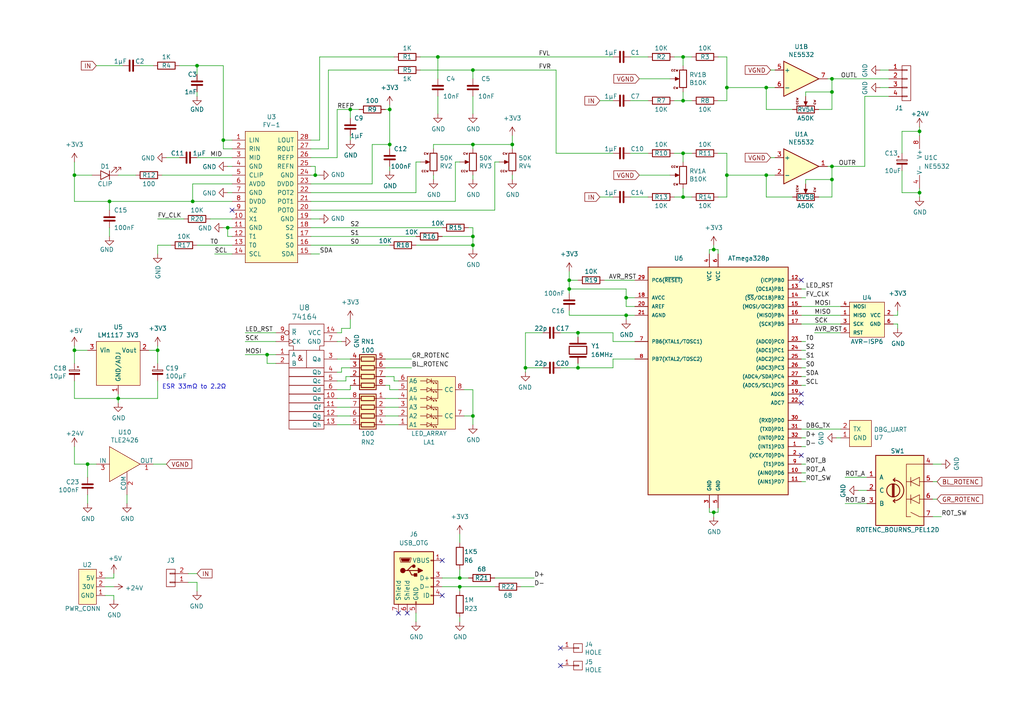
<source format=kicad_sch>
(kicad_sch (version 20211123) (generator eeschema)
  (paper "A4")
  (lib_symbols
    (symbol "myAmp:74164" (pin_names (offset 0.762))
      (property "Reference" "U" (at -7.62 -6.35 0))
      (property "Value" "74164" (at 1.27 -22.86 0))
      (symbol "74164_0_0"
        (text "&" (at -1.778 -1.016 0) (effects (font (size 1.524 1.524))))
      )
      (symbol "74164_1_1"
        (pin input line (at -8.89 0 0) (length 3.81) (name "A") (number "1"))
        (pin output line (at 8.89 -12.7 180) (length 3.81) (name "Qe") (number "10"))
        (pin output line (at 8.89 -15.24 180) (length 3.81) (name "Qf") (number "11"))
        (pin output line (at 8.89 -17.78 180) (length 3.81) (name "Qg") (number "12"))
        (pin output line (at 8.89 -20.32 180) (length 3.81) (name "Qh") (number "13"))
        (pin power_in line (at 8.89 6.35 180) (length 3.81) (name "VCC") (number "14"))
        (pin input line (at -8.89 -2.54 0) (length 3.81) (name "B") (number "2"))
        (pin output line (at 8.89 -1.27 180) (length 3.81) (name "Qa") (number "3"))
        (pin output line (at 8.89 -5.08 180) (length 3.81) (name "Qb") (number "4"))
        (pin output line (at 8.89 -7.62 180) (length 3.81) (name "Qc") (number "5"))
        (pin output line (at 8.89 -10.16 180) (length 3.81) (name "Qd") (number "6"))
        (pin power_in line (at 8.89 3.81 180) (length 3.81) (name "GND") (number "7"))
        (pin input clock (at -8.89 3.81 0) (length 3.81) (name "CK") (number "8"))
        (pin input inverted (at -8.89 6.35 0) (length 3.81) (name "~{R}") (number "9"))
      )
    )
    (symbol "myAmp:ATMEGA8-16AU" (pin_names (offset 1.016))
      (property "Reference" "U" (at -19.05 30.48 0))
      (property "Value" "ATMEGA8-16AU" (at 12.7 -39.37 0))
      (symbol "ATMEGA8-16AU_1_1"
        (pin bidirectional line (at 25.4 -22.86 180) (length 3.81) (name "(INT1)PD3") (number "1"))
        (pin bidirectional line (at 25.4 -30.48 180) (length 3.81) (name "(AIN0)PD6") (number "10"))
        (pin bidirectional line (at 25.4 -33.02 180) (length 3.81) (name "(AIN1)PD7") (number "11"))
        (pin bidirectional line (at 25.4 25.4 180) (length 3.81) (name "(ICP)PB0") (number "12"))
        (pin bidirectional line (at 25.4 22.86 180) (length 3.81) (name "(OC1A)PB1") (number "13"))
        (pin bidirectional line (at 25.4 20.32 180) (length 3.81) (name "(~{SS}/OC1B)PB2") (number "14"))
        (pin bidirectional line (at 25.4 17.78 180) (length 3.81) (name "(MOSI/OC2)PB3") (number "15"))
        (pin bidirectional line (at 25.4 15.24 180) (length 3.81) (name "(MISO)PB4") (number "16"))
        (pin bidirectional line (at 25.4 12.7 180) (length 3.81) (name "(SCK)PB5") (number "17"))
        (pin power_in line (at -22.86 20.32 0) (length 3.81) (name "AVCC") (number "18"))
        (pin bidirectional line (at 25.4 -7.62 180) (length 3.81) (name "ADC6") (number "19"))
        (pin bidirectional line (at 25.4 -25.4 180) (length 3.81) (name "(XCK/T0)PD4") (number "2"))
        (pin bidirectional line (at -22.86 17.78 0) (length 3.81) (name "AREF") (number "20"))
        (pin power_in line (at -22.86 15.24 0) (length 3.81) (name "AGND") (number "21"))
        (pin bidirectional line (at 25.4 -10.16 180) (length 3.81) (name "ADC7") (number "22"))
        (pin bidirectional line (at 25.4 7.62 180) (length 3.81) (name "(ADC0)PC0") (number "23"))
        (pin bidirectional line (at 25.4 5.08 180) (length 3.81) (name "(ADC1)PC1") (number "24"))
        (pin bidirectional line (at 25.4 2.54 180) (length 3.81) (name "(ADC2)PC2") (number "25"))
        (pin bidirectional line (at 25.4 0 180) (length 3.81) (name "(ADC3)PC3") (number "26"))
        (pin bidirectional line (at 25.4 -2.54 180) (length 3.81) (name "(ADC4/SDA)PC4") (number "27"))
        (pin bidirectional line (at 25.4 -5.08 180) (length 3.81) (name "(ADC5/SCL)PC5") (number "28"))
        (pin bidirectional line (at -22.86 25.4 0) (length 3.81) (name "PC6(~{RESET})") (number "29"))
        (pin power_in line (at -1.27 -40.64 90) (length 3.81) (name "GND") (number "3"))
        (pin bidirectional line (at 25.4 -15.24 180) (length 3.81) (name "(RXD)PD0") (number "30"))
        (pin bidirectional line (at 25.4 -17.78 180) (length 3.81) (name "(TXD)PD1") (number "31"))
        (pin bidirectional line (at 25.4 -20.32 180) (length 3.81) (name "(INT0)PD2") (number "32"))
        (pin power_in line (at -1.27 33.02 270) (length 3.81) (name "VCC") (number "4"))
        (pin power_in line (at 1.27 -40.64 90) (length 3.81) (name "GND") (number "5"))
        (pin power_in line (at 1.27 33.02 270) (length 3.81) (name "VCC") (number "6"))
        (pin bidirectional line (at -22.86 7.62 0) (length 3.81) (name "PB6(XTAL1/TOSC1)") (number "7"))
        (pin bidirectional line (at -22.86 2.54 0) (length 3.81) (name "PB7(XTAL2/TOSC2)") (number "8"))
        (pin bidirectional line (at 25.4 -27.94 180) (length 3.81) (name "(T1)PD5") (number "9"))
      )
    )
    (symbol "myAmp:AVR-ISP6" (pin_names (offset 1.016))
      (property "Reference" "U" (at 0 6.35 0))
      (property "Value" "AVR-ISP6" (at 0 -7.62 0))
      (symbol "AVR-ISP6_1_1"
        (pin passive line (at -7.62 1.27 0) (length 2.54) (name "MISO") (number "1"))
        (pin passive line (at 7.62 1.27 180) (length 2.54) (name "VCC") (number "2"))
        (pin passive line (at -7.62 -1.27 0) (length 2.54) (name "SCK") (number "3"))
        (pin passive line (at -7.62 3.81 0) (length 2.54) (name "MOSI") (number "4"))
        (pin passive line (at -7.62 -3.81 0) (length 2.54) (name "RST") (number "5"))
        (pin passive line (at 7.62 -1.27 180) (length 2.54) (name "GND") (number "6"))
      )
    )
    (symbol "myAmp:C" (pin_numbers hide) (pin_names (offset 0.254))
      (property "Reference" "C" (at 0.635 2.54 0))
      (property "Value" "C" (at 0.635 -2.54 0))
      (symbol "C_1_1"
        (pin passive line (at 0 2.54 270) (length 1.778) (name "~") (number "1"))
        (pin passive line (at 0 -2.54 90) (length 1.778) (name "~") (number "2"))
      )
    )
    (symbol "myAmp:CONN_01X02" (pin_names (offset 1.016) hide)
      (property "Reference" "J" (at 0 3.81 0))
      (symbol "CONN_01X02_1_1"
        (pin passive line (at -5.08 1.27 0) (length 3.81) (name "P1") (number "1"))
        (pin passive line (at -5.08 -1.27 0) (length 3.81) (name "P2") (number "2"))
      )
    )
    (symbol "myAmp:CONN_01X04" (pin_names (offset 1.016) hide)
      (property "Reference" "J" (at 0 6.35 0))
      (symbol "CONN_01X04_1_1"
        (pin passive line (at -5.08 3.81 0) (length 3.81) (name "P1") (number "1"))
        (pin passive line (at -5.08 1.27 0) (length 3.81) (name "P2") (number "2"))
        (pin passive line (at -5.08 -1.27 0) (length 3.81) (name "~") (number "3"))
        (pin passive line (at -5.08 -3.81 0) (length 3.81) (name "~") (number "4"))
      )
    )
    (symbol "myAmp:CPOL" (pin_numbers hide) (pin_names (offset 0.254) hide)
      (property "Reference" "C" (at 0.254 1.778 0))
      (property "Value" "CPOL" (at 0.254 -2.032 0))
      (symbol "CPOL_1_1"
        (pin passive line (at 0 2.54 270) (length 1.8542) (name "~") (number "1"))
        (pin passive line (at 0 -2.54 90) (length 1.8542) (name "~") (number "2"))
      )
    )
    (symbol "myAmp:DBG_UART" (pin_names (offset 1.016))
      (property "Reference" "U" (at 0 -5.08 0))
      (property "Value" "DBG_UART" (at 0 5.08 0))
      (symbol "DBG_UART_1_1"
        (pin passive line (at -5.08 1.27 0) (length 2.54) (name "GND") (number "1"))
        (pin output line (at -5.08 -1.27 0) (length 2.54) (name "TX") (number "2"))
      )
    )
    (symbol "myAmp:FV-1" (pin_names (offset 1.016))
      (property "Reference" "U" (at 0 -20.32 0))
      (property "Value" "FV-1" (at 0 20.32 0))
      (symbol "FV-1_1_1"
        (pin input line (at -11.43 16.51 0) (length 3.81) (name "LIN") (number "1"))
        (pin input line (at -11.43 -6.35 0) (length 3.81) (name "X1") (number "10"))
        (pin input line (at -11.43 -8.89 0) (length 3.81) (name "GND") (number "11"))
        (pin input line (at -11.43 -11.43 0) (length 3.81) (name "T1") (number "12"))
        (pin input line (at -11.43 -13.97 0) (length 3.81) (name "T0") (number "13"))
        (pin input line (at -11.43 -16.51 0) (length 3.81) (name "SCL") (number "14"))
        (pin input line (at 11.43 -16.51 180) (length 3.81) (name "SDA") (number "15"))
        (pin input line (at 11.43 -13.97 180) (length 3.81) (name "S0") (number "16"))
        (pin input line (at 11.43 -11.43 180) (length 3.81) (name "S1") (number "17"))
        (pin input line (at 11.43 -8.89 180) (length 3.81) (name "S2") (number "18"))
        (pin input line (at 11.43 -6.35 180) (length 3.81) (name "GND") (number "19"))
        (pin input line (at -11.43 13.97 0) (length 3.81) (name "RIN") (number "2"))
        (pin input line (at 11.43 -3.81 180) (length 3.81) (name "POT0") (number "20"))
        (pin input line (at 11.43 -1.27 180) (length 3.81) (name "POT1") (number "21"))
        (pin input line (at 11.43 1.27 180) (length 3.81) (name "POT2") (number "22"))
        (pin input line (at 11.43 3.81 180) (length 3.81) (name "DVDD") (number "23"))
        (pin input line (at 11.43 6.35 180) (length 3.81) (name "GND") (number "24"))
        (pin input line (at 11.43 8.89 180) (length 3.81) (name "REFN") (number "25"))
        (pin input line (at 11.43 11.43 180) (length 3.81) (name "REFP") (number "26"))
        (pin input line (at 11.43 13.97 180) (length 3.81) (name "ROUT") (number "27"))
        (pin input line (at 11.43 16.51 180) (length 3.81) (name "LOUT") (number "28"))
        (pin input line (at -11.43 11.43 0) (length 3.81) (name "MID") (number "3"))
        (pin input line (at -11.43 8.89 0) (length 3.81) (name "GND") (number "4"))
        (pin input line (at -11.43 6.35 0) (length 3.81) (name "CLIP") (number "5"))
        (pin input line (at -11.43 3.81 0) (length 3.81) (name "AVDD") (number "6"))
        (pin input line (at -11.43 1.27 0) (length 3.81) (name "GND") (number "7"))
        (pin input line (at -11.43 -1.27 0) (length 3.81) (name "DVDD") (number "8"))
        (pin input line (at -11.43 -3.81 0) (length 3.81) (name "X2") (number "9"))
      )
    )
    (symbol "myAmp:HOLE" (pin_names (offset 1.016) hide)
      (property "Reference" "J" (at 0 2.54 0))
      (property "Value" "HOLE" (at 2.54 0 90))
      (symbol "HOLE_1_1"
        (pin passive line (at -5.08 0 0) (length 3.81) (name "P1") (number "1"))
      )
    )
    (symbol "myAmp:LED" (pin_numbers hide) (pin_names (offset 1.016) hide)
      (property "Reference" "D" (at 0 2.54 0))
      (property "Value" "LED" (at 0 -2.54 0))
      (symbol "LED_1_1"
        (pin passive line (at -3.81 0 0) (length 2.54) (name "K") (number "1"))
        (pin passive line (at 3.81 0 180) (length 2.54) (name "A") (number "2"))
      )
    )
    (symbol "myAmp:LED_ARRAY"
      (property "Reference" "LA" (at 0 -8.89 0))
      (property "Value" "LED_ARRAY" (at 0 8.89 0))
      (symbol "LED_ARRAY_1_1"
        (pin input line (at -8.89 6.35 0) (length 2.54) (name "A1") (number "1"))
        (pin input line (at -8.89 3.81 0) (length 2.54) (name "A2") (number "2"))
        (pin input line (at -8.89 1.27 0) (length 2.54) (name "A3") (number "3"))
        (pin input line (at -8.89 -1.27 0) (length 2.54) (name "A4") (number "4"))
        (pin input line (at -8.89 -3.81 0) (length 2.54) (name "A5") (number "5"))
        (pin input line (at -8.89 -6.35 0) (length 2.54) (name "A6") (number "6"))
        (pin input line (at 10.16 3.81 180) (length 2.54) (name "CC") (number "7"))
        (pin input line (at 10.16 -3.81 180) (length 2.54) (name "CC") (number "8"))
      )
    )
    (symbol "myAmp:LM1117" (pin_names (offset 1.016))
      (property "Reference" "U" (at 5.08 -7.62 0))
      (property "Value" "LM1117" (at 0 7.62 0))
      (symbol "LM1117_1_1"
        (pin input line (at 0 -8.89 90) (length 2.54) (name "GND/ADJ") (number "1"))
        (pin output line (at 8.89 3.81 180) (length 2.54) (name "Vout") (number "2"))
        (pin input line (at -8.89 3.81 0) (length 2.54) (name "Vin") (number "3"))
      )
    )
    (symbol "myAmp:NE5532" (pin_names (offset 0.127))
      (property "Reference" "U" (at 0 5.08 0))
      (property "Value" "NE5532" (at 0 -5.08 0))
      (symbol "NE5532_1_1"
        (pin output line (at 7.62 0 180) (length 2.54) (name "~") (number "1"))
        (pin input line (at -7.62 -2.54 0) (length 2.54) (name "-") (number "2"))
        (pin input line (at -7.62 2.54 0) (length 2.54) (name "+") (number "3"))
      )
      (symbol "NE5532_2_1"
        (pin input line (at -7.62 2.54 0) (length 2.54) (name "+") (number "5"))
        (pin input line (at -7.62 -2.54 0) (length 2.54) (name "-") (number "6"))
        (pin output line (at 7.62 0 180) (length 2.54) (name "~") (number "7"))
      )
      (symbol "NE5532_3_1"
        (pin power_in line (at -2.54 -7.62 90) (length 3.81) (name "V-") (number "4"))
        (pin power_in line (at -2.54 7.62 270) (length 3.81) (name "V+") (number "8"))
      )
    )
    (symbol "myAmp:PWR_CONN"
      (property "Reference" "U" (at -1.27 6.35 0))
      (property "Value" "PWR_CONN" (at -1.27 -6.35 0))
      (symbol "PWR_CONN_1_1"
        (pin passive line (at 3.81 2.54 180) (length 2.54) (name "GND") (number "1"))
        (pin passive line (at 3.81 0 180) (length 2.54) (name "30V") (number "2"))
        (pin passive line (at 3.81 -2.54 180) (length 2.54) (name "5V") (number "3"))
      )
    )
    (symbol "myAmp:QUARTZ" (pin_numbers hide) (pin_names (offset 1.016) hide)
      (property "Reference" "Y" (at 0 3.81 0))
      (property "Value" "QUARTZ" (at 0 -3.81 0))
      (symbol "QUARTZ_1_1"
        (pin passive line (at -3.81 0 0) (length 1.905) (name "1") (number "1"))
        (pin passive line (at 3.81 0 180) (length 1.905) (name "2") (number "2"))
      )
    )
    (symbol "myAmp:R" (pin_numbers hide) (pin_names (offset 0))
      (property "Reference" "R" (at 2.032 0 90))
      (property "Value" "R" (at 0 0 90))
      (symbol "R_1_1"
        (pin passive line (at 0 3.81 270) (length 1.27) (name "~") (number "1"))
        (pin passive line (at 0 -3.81 90) (length 1.27) (name "~") (number "2"))
      )
    )
    (symbol "myAmp:ROTENC_BOURNS_PEL12D" (pin_names (offset 1.016))
      (property "Reference" "SW" (at 0 6.604 0))
      (property "Value" "ROTENC_BOURNS_PEL12D" (at 1.27 11.43 0))
      (symbol "ROTENC_BOURNS_PEL12D_1_1"
        (pin passive line (at -7.62 3.81 0) (length 2.54) (name "A") (number "1"))
        (pin passive line (at -7.62 0 0) (length 2.54) (name "C") (number "2"))
        (pin passive line (at -7.62 -3.81 0) (length 2.54) (name "B") (number "3"))
        (pin passive line (at 11.43 7.62 180) (length 2.54) (name "~") (number "4"))
        (pin passive line (at 11.43 2.54 180) (length 2.54) (name "~") (number "5"))
        (pin passive line (at 11.43 -2.54 180) (length 2.54) (name "~") (number "6"))
        (pin passive line (at 11.43 -7.62 180) (length 2.54) (name "~") (number "7"))
      )
    )
    (symbol "myAmp:R_POT" (pin_numbers hide) (pin_names (offset 1.016) hide)
      (property "Reference" "RV" (at -4.445 0 90))
      (property "Value" "R_POT" (at -2.54 0 90))
      (symbol "R_POT_0_0"
        (text "ccw" (at 1.27 2.54 0) (effects (font (size 0.762 0.762)) (justify left)))
        (text "cw" (at 1.27 -2.54 0) (effects (font (size 0.762 0.762)) (justify left)))
      )
      (symbol "R_POT_1_1"
        (pin passive line (at 0 3.81 270) (length 1.27) (name "1") (number "1"))
        (pin passive line (at 3.81 0 180) (length 2.032) (name "2") (number "2"))
        (pin passive line (at 0 -3.81 90) (length 1.27) (name "3") (number "3"))
      )
    )
    (symbol "myAmp:R_POT_DBL" (pin_numbers hide) (pin_names (offset 1.016) hide)
      (property "Reference" "RV" (at 0 6.35 0))
      (property "Value" "R_POT_DBL" (at 0 -6.35 0))
      (symbol "R_POT_DBL_0_0"
        (text "ccw" (at 1.27 2.54 0) (effects (font (size 0.762 0.762)) (justify left)))
        (text "cw" (at 1.27 -2.54 0) (effects (font (size 0.762 0.762)) (justify left)))
      )
      (symbol "R_POT_DBL_1_1"
        (pin passive line (at 0 3.81 270) (length 1.27) (name "1") (number "1"))
        (pin passive line (at 3.81 0 180) (length 2.032) (name "2") (number "2"))
        (pin passive line (at 0 -3.81 90) (length 1.27) (name "3") (number "3"))
      )
      (symbol "R_POT_DBL_2_1"
        (pin passive line (at 0 3.81 270) (length 1.27) (name "1") (number "4"))
        (pin passive line (at 3.81 0 180) (length 2.032) (name "2") (number "5"))
        (pin passive line (at 0 -3.81 90) (length 1.27) (name "3") (number "6"))
      )
    )
    (symbol "myAmp:R_Pack04" (pin_names (offset 0) hide)
      (property "Reference" "RN" (at -7.62 0 90))
      (property "Value" "R_Pack04" (at 5.08 0 90))
      (symbol "R_Pack04_1_1"
        (pin passive line (at -5.08 -5.08 90) (length 2.54) (name "R1.1") (number "1"))
        (pin passive line (at -2.54 -5.08 90) (length 2.54) (name "R2.1") (number "2"))
        (pin passive line (at 0 -5.08 90) (length 2.54) (name "R3.1") (number "3"))
        (pin passive line (at 2.54 -5.08 90) (length 2.54) (name "R4.1") (number "4"))
        (pin passive line (at 2.54 5.08 270) (length 2.54) (name "R4.2") (number "5"))
        (pin passive line (at 0 5.08 270) (length 2.54) (name "R3.2") (number "6"))
        (pin passive line (at -2.54 5.08 270) (length 2.54) (name "R2.2") (number "7"))
        (pin passive line (at -5.08 5.08 270) (length 2.54) (name "R1.2") (number "8"))
      )
    )
    (symbol "myAmp:TL072" (pin_names (offset 0.127))
      (property "Reference" "U" (at 0 5.08 0))
      (property "Value" "TL072" (at 0 -5.08 0))
      (symbol "TL072_1_1"
        (pin output line (at 7.62 0 180) (length 2.54) (name "~") (number "1"))
        (pin input line (at -7.62 -2.54 0) (length 2.54) (name "-") (number "2"))
        (pin input line (at -7.62 2.54 0) (length 2.54) (name "+") (number "3"))
      )
      (symbol "TL072_2_1"
        (pin input line (at -7.62 2.54 0) (length 2.54) (name "+") (number "5"))
        (pin input line (at -7.62 -2.54 0) (length 2.54) (name "-") (number "6"))
        (pin output line (at 7.62 0 180) (length 2.54) (name "~") (number "7"))
      )
      (symbol "TL072_3_1"
        (pin power_in line (at -2.54 -7.62 90) (length 3.81) (name "V-") (number "4"))
        (pin power_in line (at -2.54 7.62 270) (length 3.81) (name "V+") (number "8"))
      )
    )
    (symbol "myAmp:TLE2426" (pin_names (offset 0))
      (property "Reference" "U" (at -6.35 -6.35 0))
      (property "Value" "TLE2426" (at 1.27 5.08 0))
      (symbol "TLE2426_1_1"
        (pin input line (at 7.62 0 180) (length 3.81) (name "OUT") (number "1"))
        (pin input line (at 0 -8.89 90) (length 6.7056) (name "COM") (number "2"))
        (pin input line (at -8.89 0 0) (length 3.81) (name "IN") (number "3"))
      )
    )
    (symbol "myAmp:USB_OTG" (pin_names (offset 1.016))
      (property "Reference" "J" (at -5.08 11.43 0))
      (property "Value" "USB_OTG" (at -5.08 8.89 0))
      (symbol "USB_OTG_1_1"
        (pin power_in line (at 7.62 5.08 180) (length 2.54) (name "VBUS") (number "1"))
        (pin passive line (at 7.62 -2.54 180) (length 2.54) (name "D-") (number "2"))
        (pin passive line (at 7.62 0 180) (length 2.54) (name "D+") (number "3"))
        (pin passive line (at 7.62 -5.08 180) (length 2.54) (name "ID") (number "4"))
        (pin power_in line (at 0 -10.16 90) (length 2.54) (name "GND") (number "5"))
        (pin passive line (at -2.54 -10.16 90) (length 2.54) (name "Shield") (number "6"))
        (pin passive line (at -5.08 -10.16 90) (length 2.54) (name "Shield") (number "7"))
      )
    )
    (symbol "power:+24V" (power) (pin_names (offset 0))
      (property "Value" "+24V" (at 0 3.556 0))
      (symbol "+24V_1_1"
        (pin power_in line (at 0 0 90) (length 0) hide (name "+24V") (number "1"))
      )
    )
    (symbol "power:+3.3V" (power) (pin_names (offset 0))
      (property "Value" "+3.3V" (at 0 3.556 0))
      (symbol "+3.3V_1_1"
        (pin power_in line (at 0 0 90) (length 0) hide (name "+3V3") (number "1"))
      )
    )
    (symbol "power:+5V" (power) (pin_names (offset 0))
      (property "Value" "+5V" (at 0 3.556 0))
      (symbol "+5V_1_1"
        (pin power_in line (at 0 0 90) (length 0) hide (name "+5V") (number "1"))
      )
    )
    (symbol "power:GND" (power) (pin_names (offset 0))
      (property "Value" "GND" (at 0 -3.81 0))
      (symbol "GND_1_1"
        (pin power_in line (at 0 0 270) (length 0) hide (name "GND") (number "1"))
      )
    )
  )
  (junction (at 222.25 25.4))
  (junction (at 113.03 41.91))
  (junction (at 34.29 115.57))
  (junction (at 45.72 101.6))
  (junction (at 137.16 68.58))
  (junction (at 66.04 66.04))
  (junction (at 198.12 44.45))
  (junction (at 210.82 50.8))
  (junction (at 241.3 48.26))
  (junction (at 91.44 50.8))
  (junction (at 198.12 29.21))
  (junction (at 210.82 25.4))
  (junction (at 137.16 20.32))
  (junction (at 222.25 50.8))
  (junction (at 241.3 26.67))
  (junction (at 198.12 57.15))
  (junction (at 55.88 58.42))
  (junction (at 207.01 72.39))
  (junction (at 25.4 134.62))
  (junction (at 77.47 102.87))
  (junction (at 198.12 16.51))
  (junction (at 133.35 167.64))
  (junction (at 181.61 91.44))
  (junction (at 113.03 31.75))
  (junction (at 167.64 96.52))
  (junction (at 137.16 71.12))
  (junction (at 31.75 58.42))
  (junction (at 266.7 55.88))
  (junction (at 241.3 52.07))
  (junction (at 137.16 41.91))
  (junction (at 241.3 22.86))
  (junction (at 64.77 40.64))
  (junction (at 101.6 31.75))
  (junction (at 127 16.51))
  (junction (at 57.15 19.05))
  (junction (at 137.16 120.65))
  (junction (at 207.01 148.59))
  (junction (at 165.1 83.82))
  (junction (at 21.59 50.8))
  (junction (at 165.1 81.28))
  (junction (at 133.35 170.18))
  (junction (at 148.59 41.91))
  (junction (at 266.7 38.1))
  (junction (at 21.59 101.6))
  (junction (at 181.61 86.36))
  (junction (at 167.64 106.68))
  (junction (at 152.4 106.68))
  (no_connect (at 162.56 193.04))
  (no_connect (at 162.56 187.96))
  (no_connect (at 115.57 177.8))
  (no_connect (at 118.11 177.8))
  (no_connect (at 128.27 162.56))
  (no_connect (at 128.27 172.72))
  (no_connect (at 232.41 81.28))
  (no_connect (at 232.41 114.3))
  (no_connect (at 232.41 116.84))
  (no_connect (at 232.41 132.08))
  (no_connect (at 67.31 60.96))
  (wire (pts (xy 97.79 110.49) (xy 100.33 110.49)))
  (wire (pts (xy 111.76 115.57) (xy 115.57 115.57)))
  (wire (pts (xy 57.15 27.94) (xy 57.15 26.67)))
  (wire (pts (xy 21.59 58.42) (xy 31.75 58.42)))
  (wire (pts (xy 21.59 134.62) (xy 25.4 134.62)))
  (wire (pts (xy 167.64 97.79) (xy 167.64 96.52)))
  (wire (pts (xy 182.88 57.15) (xy 187.96 57.15)))
  (wire (pts (xy 67.31 68.58) (xy 66.04 68.58)))
  (wire (pts (xy 165.1 90.17) (xy 165.1 91.44)))
  (wire (pts (xy 113.03 41.91) (xy 113.03 43.18)))
  (wire (pts (xy 137.16 113.03) (xy 137.16 120.65)))
  (wire (pts (xy 157.48 96.52) (xy 152.4 96.52)))
  (wire (pts (xy 39.37 50.8) (xy 34.29 50.8)))
  (wire (pts (xy 133.35 167.64) (xy 135.89 167.64)))
  (wire (pts (xy 127 16.51) (xy 177.8 16.51)))
  (wire (pts (xy 107.95 41.91) (xy 107.95 53.34)))
  (wire (pts (xy 66.04 66.04) (xy 64.77 66.04)))
  (wire (pts (xy 143.51 60.96) (xy 90.17 60.96)))
  (wire (pts (xy 165.1 85.09) (xy 165.1 83.82)))
  (wire (pts (xy 101.6 39.37) (xy 101.6 40.64)))
  (wire (pts (xy 233.68 139.7) (xy 232.41 139.7)))
  (wire (pts (xy 137.16 71.12) (xy 137.16 72.39)))
  (wire (pts (xy 111.76 118.11) (xy 115.57 118.11)))
  (wire (pts (xy 195.58 29.21) (xy 198.12 29.21)))
  (wire (pts (xy 92.71 16.51) (xy 114.3 16.51)))
  (wire (pts (xy 77.47 102.87) (xy 80.01 102.87)))
  (wire (pts (xy 64.77 19.05) (xy 57.15 19.05)))
  (wire (pts (xy 101.6 106.68) (xy 99.06 106.68)))
  (wire (pts (xy 241.3 22.86) (xy 257.81 22.86)))
  (wire (pts (xy 113.03 41.91) (xy 107.95 41.91)))
  (wire (pts (xy 210.82 25.4) (xy 222.25 25.4)))
  (wire (pts (xy 232.41 86.36) (xy 233.68 86.36)))
  (wire (pts (xy 125.73 50.8) (xy 125.73 52.07)))
  (wire (pts (xy 120.65 55.88) (xy 90.17 55.88)))
  (wire (pts (xy 182.88 29.21) (xy 187.96 29.21)))
  (wire (pts (xy 232.41 111.76) (xy 233.68 111.76)))
  (wire (pts (xy 21.59 100.33) (xy 21.59 101.6)))
  (wire (pts (xy 57.15 45.72) (xy 67.31 45.72)))
  (wire (pts (xy 148.59 39.37) (xy 148.59 41.91)))
  (wire (pts (xy 97.79 104.14) (xy 101.6 104.14)))
  (wire (pts (xy 97.79 123.19) (xy 101.6 123.19)))
  (wire (pts (xy 259.08 93.98) (xy 260.35 93.98)))
  (wire (pts (xy 260.35 90.17) (xy 260.35 91.44)))
  (wire (pts (xy 97.79 96.52) (xy 99.06 96.52)))
  (wire (pts (xy 210.82 25.4) (xy 210.82 29.21)))
  (wire (pts (xy 57.15 21.59) (xy 57.15 19.05)))
  (wire (pts (xy 90.17 66.04) (xy 128.27 66.04)))
  (wire (pts (xy 257.81 25.4) (xy 255.27 25.4)))
  (wire (pts (xy 210.82 16.51) (xy 210.82 25.4)))
  (wire (pts (xy 128.27 170.18) (xy 133.35 170.18)))
  (wire (pts (xy 21.59 101.6) (xy 21.59 105.41)))
  (wire (pts (xy 80.01 105.41) (xy 77.47 105.41)))
  (wire (pts (xy 25.4 134.62) (xy 25.4 138.43)))
  (wire (pts (xy 114.3 109.22) (xy 114.3 110.49)))
  (wire (pts (xy 114.3 110.49) (xy 115.57 110.49)))
  (wire (pts (xy 137.16 41.91) (xy 148.59 41.91)))
  (wire (pts (xy 113.03 31.75) (xy 113.03 41.91)))
  (wire (pts (xy 133.35 179.07) (xy 133.35 180.34)))
  (wire (pts (xy 266.7 38.1) (xy 266.7 39.37)))
  (wire (pts (xy 64.77 43.18) (xy 67.31 43.18)))
  (wire (pts (xy 54.61 168.91) (xy 57.15 168.91)))
  (wire (pts (xy 162.56 96.52) (xy 167.64 96.52)))
  (wire (pts (xy 60.96 63.5) (xy 67.31 63.5)))
  (wire (pts (xy 245.11 146.05) (xy 251.46 146.05)))
  (wire (pts (xy 198.12 16.51) (xy 195.58 16.51)))
  (wire (pts (xy 100.33 109.22) (xy 101.6 109.22)))
  (wire (pts (xy 25.4 101.6) (xy 21.59 101.6)))
  (wire (pts (xy 99.06 106.68) (xy 99.06 107.95)))
  (wire (pts (xy 45.72 115.57) (xy 34.29 115.57)))
  (wire (pts (xy 90.17 71.12) (xy 113.03 71.12)))
  (wire (pts (xy 133.35 170.18) (xy 143.51 170.18)))
  (wire (pts (xy 133.35 46.99) (xy 132.08 46.99)))
  (wire (pts (xy 232.41 93.98) (xy 243.84 93.98)))
  (wire (pts (xy 101.6 31.75) (xy 104.14 31.75)))
  (wire (pts (xy 207.01 71.12) (xy 207.01 72.39)))
  (wire (pts (xy 137.16 20.32) (xy 161.29 20.32)))
  (wire (pts (xy 208.28 44.45) (xy 210.82 44.45)))
  (wire (pts (xy 90.17 68.58) (xy 120.65 68.58)))
  (wire (pts (xy 113.03 30.48) (xy 113.03 31.75)))
  (wire (pts (xy 71.12 96.52) (xy 80.01 96.52)))
  (wire (pts (xy 232.41 134.62) (xy 233.68 134.62)))
  (wire (pts (xy 270.51 134.62) (xy 273.05 134.62)))
  (wire (pts (xy 148.59 52.07) (xy 148.59 50.8)))
  (wire (pts (xy 45.72 63.5) (xy 53.34 63.5)))
  (wire (pts (xy 137.16 66.04) (xy 135.89 66.04)))
  (wire (pts (xy 101.6 92.71) (xy 101.6 95.25)))
  (wire (pts (xy 233.68 52.07) (xy 241.3 52.07)))
  (wire (pts (xy 266.7 36.83) (xy 266.7 38.1)))
  (wire (pts (xy 128.27 167.64) (xy 133.35 167.64)))
  (wire (pts (xy 152.4 106.68) (xy 157.48 106.68)))
  (wire (pts (xy 232.41 109.22) (xy 233.68 109.22)))
  (wire (pts (xy 71.12 102.87) (xy 77.47 102.87)))
  (wire (pts (xy 125.73 41.91) (xy 137.16 41.91)))
  (wire (pts (xy 134.62 120.65) (xy 137.16 120.65)))
  (wire (pts (xy 207.01 72.39) (xy 208.28 72.39)))
  (wire (pts (xy 46.99 50.8) (xy 67.31 50.8)))
  (wire (pts (xy 90.17 43.18) (xy 95.25 43.18)))
  (wire (pts (xy 111.76 31.75) (xy 113.03 31.75)))
  (wire (pts (xy 173.99 29.21) (xy 177.8 29.21)))
  (wire (pts (xy 222.25 25.4) (xy 224.79 25.4)))
  (wire (pts (xy 97.79 45.72) (xy 97.79 31.75)))
  (wire (pts (xy 260.35 93.98) (xy 260.35 95.25)))
  (wire (pts (xy 137.16 50.8) (xy 137.16 52.07)))
  (wire (pts (xy 198.12 26.67) (xy 198.12 29.21)))
  (wire (pts (xy 134.62 113.03) (xy 137.16 113.03)))
  (wire (pts (xy 205.74 72.39) (xy 207.01 72.39)))
  (wire (pts (xy 233.68 53.34) (xy 233.68 52.07)))
  (wire (pts (xy 57.15 166.37) (xy 54.61 166.37)))
  (wire (pts (xy 223.52 45.72) (xy 224.79 45.72)))
  (wire (pts (xy 133.35 165.1) (xy 133.35 167.64)))
  (wire (pts (xy 200.66 16.51) (xy 198.12 16.51)))
  (wire (pts (xy 240.03 22.86) (xy 241.3 22.86)))
  (wire (pts (xy 91.44 48.26) (xy 91.44 50.8)))
  (wire (pts (xy 181.61 88.9) (xy 181.61 86.36)))
  (wire (pts (xy 21.59 129.54) (xy 21.59 134.62)))
  (wire (pts (xy 97.79 115.57) (xy 101.6 115.57)))
  (wire (pts (xy 222.25 50.8) (xy 224.79 50.8)))
  (wire (pts (xy 45.72 71.12) (xy 49.53 71.12)))
  (wire (pts (xy 210.82 44.45) (xy 210.82 50.8)))
  (wire (pts (xy 120.65 71.12) (xy 137.16 71.12)))
  (wire (pts (xy 232.41 127) (xy 233.68 127)))
  (wire (pts (xy 143.51 46.99) (xy 143.51 60.96)))
  (wire (pts (xy 67.31 48.26) (xy 66.04 48.26)))
  (wire (pts (xy 25.4 143.51) (xy 25.4 146.05)))
  (wire (pts (xy 97.79 120.65) (xy 101.6 120.65)))
  (wire (pts (xy 152.4 96.52) (xy 152.4 106.68)))
  (wire (pts (xy 200.66 44.45) (xy 198.12 44.45)))
  (wire (pts (xy 101.6 95.25) (xy 99.06 95.25)))
  (wire (pts (xy 184.15 104.14) (xy 177.8 104.14)))
  (wire (pts (xy 198.12 57.15) (xy 200.66 57.15)))
  (wire (pts (xy 95.25 20.32) (xy 95.25 43.18)))
  (wire (pts (xy 100.33 110.49) (xy 100.33 109.22)))
  (wire (pts (xy 181.61 91.44) (xy 181.61 92.71)))
  (wire (pts (xy 181.61 86.36) (xy 181.61 83.82)))
  (wire (pts (xy 101.6 31.75) (xy 101.6 34.29)))
  (wire (pts (xy 210.82 50.8) (xy 210.82 57.15)))
  (wire (pts (xy 222.25 57.15) (xy 229.87 57.15)))
  (wire (pts (xy 67.31 66.04) (xy 66.04 66.04)))
  (wire (pts (xy 137.16 20.32) (xy 137.16 22.86)))
  (wire (pts (xy 57.15 71.12) (xy 67.31 71.12)))
  (wire (pts (xy 127 27.94) (xy 127 33.02)))
  (wire (pts (xy 266.7 54.61) (xy 266.7 55.88)))
  (wire (pts (xy 232.41 124.46) (xy 243.84 124.46)))
  (wire (pts (xy 184.15 88.9) (xy 181.61 88.9)))
  (wire (pts (xy 64.77 40.64) (xy 64.77 43.18)))
  (wire (pts (xy 232.41 129.54) (xy 233.68 129.54)))
  (wire (pts (xy 232.41 137.16) (xy 233.68 137.16)))
  (wire (pts (xy 137.16 68.58) (xy 137.16 66.04)))
  (wire (pts (xy 111.76 104.14) (xy 119.38 104.14)))
  (wire (pts (xy 121.92 46.99) (xy 120.65 46.99)))
  (wire (pts (xy 261.62 38.1) (xy 266.7 38.1)))
  (wire (pts (xy 165.1 78.74) (xy 165.1 81.28)))
  (wire (pts (xy 33.02 172.72) (xy 33.02 173.99)))
  (wire (pts (xy 121.92 16.51) (xy 127 16.51)))
  (wire (pts (xy 233.68 26.67) (xy 241.3 26.67)))
  (wire (pts (xy 167.64 81.28) (xy 165.1 81.28)))
  (wire (pts (xy 241.3 26.67) (xy 241.3 31.75)))
  (wire (pts (xy 251.46 142.24) (xy 248.92 142.24)))
  (wire (pts (xy 207.01 148.59) (xy 208.28 148.59)))
  (wire (pts (xy 175.26 81.28) (xy 184.15 81.28)))
  (wire (pts (xy 34.29 114.3) (xy 34.29 115.57)))
  (wire (pts (xy 55.88 53.34) (xy 67.31 53.34)))
  (wire (pts (xy 194.31 22.86) (xy 185.42 22.86)))
  (wire (pts (xy 57.15 168.91) (xy 57.15 171.45)))
  (wire (pts (xy 137.16 71.12) (xy 137.16 68.58)))
  (wire (pts (xy 80.01 99.06) (xy 71.12 99.06)))
  (wire (pts (xy 222.25 31.75) (xy 229.87 31.75)))
  (wire (pts (xy 270.51 144.78) (xy 271.78 144.78)))
  (wire (pts (xy 205.74 73.66) (xy 205.74 72.39)))
  (wire (pts (xy 133.35 170.18) (xy 133.35 171.45)))
  (wire (pts (xy 125.73 43.18) (xy 125.73 41.91)))
  (wire (pts (xy 55.88 53.34) (xy 55.88 58.42)))
  (wire (pts (xy 270.51 149.86) (xy 273.05 149.86)))
  (wire (pts (xy 177.8 96.52) (xy 177.8 99.06)))
  (wire (pts (xy 45.72 100.33) (xy 45.72 101.6)))
  (wire (pts (xy 270.51 139.7) (xy 271.78 139.7)))
  (wire (pts (xy 132.08 58.42) (xy 90.17 58.42)))
  (wire (pts (xy 90.17 50.8) (xy 91.44 50.8)))
  (wire (pts (xy 21.59 115.57) (xy 34.29 115.57)))
  (wire (pts (xy 181.61 83.82) (xy 165.1 83.82)))
  (wire (pts (xy 185.42 50.8) (xy 194.31 50.8)))
  (wire (pts (xy 233.68 83.82) (xy 232.41 83.82)))
  (wire (pts (xy 144.78 46.99) (xy 143.51 46.99)))
  (wire (pts (xy 67.31 55.88) (xy 66.04 55.88)))
  (wire (pts (xy 143.51 167.64) (xy 154.94 167.64)))
  (wire (pts (xy 198.12 44.45) (xy 195.58 44.45)))
  (wire (pts (xy 97.79 31.75) (xy 101.6 31.75)))
  (wire (pts (xy 167.64 106.68) (xy 167.64 105.41)))
  (wire (pts (xy 128.27 68.58) (xy 137.16 68.58)))
  (wire (pts (xy 210.82 57.15) (xy 208.28 57.15)))
  (wire (pts (xy 48.26 45.72) (xy 52.07 45.72)))
  (wire (pts (xy 148.59 41.91) (xy 148.59 43.18)))
  (wire (pts (xy 233.68 106.68) (xy 232.41 106.68)))
  (wire (pts (xy 90.17 45.72) (xy 97.79 45.72)))
  (wire (pts (xy 111.76 120.65) (xy 115.57 120.65)))
  (wire (pts (xy 115.57 113.03) (xy 113.03 113.03)))
  (wire (pts (xy 21.59 58.42) (xy 21.59 50.8)))
  (wire (pts (xy 242.57 127) (xy 243.84 127)))
  (wire (pts (xy 233.68 27.94) (xy 233.68 26.67)))
  (wire (pts (xy 90.17 48.26) (xy 91.44 48.26)))
  (wire (pts (xy 66.04 68.58) (xy 66.04 66.04)))
  (wire (pts (xy 198.12 46.99) (xy 198.12 44.45)))
  (wire (pts (xy 266.7 55.88) (xy 266.7 57.15)))
  (wire (pts (xy 21.59 50.8) (xy 26.67 50.8)))
  (wire (pts (xy 205.74 147.32) (xy 205.74 148.59)))
  (wire (pts (xy 111.76 109.22) (xy 114.3 109.22)))
  (wire (pts (xy 21.59 46.99) (xy 21.59 50.8)))
  (wire (pts (xy 240.03 48.26) (xy 241.3 48.26)))
  (wire (pts (xy 113.03 113.03) (xy 113.03 111.76)))
  (wire (pts (xy 99.06 99.06) (xy 97.79 99.06)))
  (wire (pts (xy 48.26 134.62) (xy 44.45 134.62)))
  (wire (pts (xy 177.8 99.06) (xy 184.15 99.06)))
  (wire (pts (xy 241.3 57.15) (xy 241.3 52.07)))
  (wire (pts (xy 250.825 27.94) (xy 257.81 27.94)))
  (wire (pts (xy 222.25 57.15) (xy 222.25 50.8)))
  (wire (pts (xy 111.76 123.19) (xy 115.57 123.19)))
  (wire (pts (xy 36.83 143.51) (xy 36.83 146.05)))
  (wire (pts (xy 91.44 50.8) (xy 92.71 50.8)))
  (wire (pts (xy 30.48 172.72) (xy 33.02 172.72)))
  (wire (pts (xy 198.12 54.61) (xy 198.12 57.15)))
  (wire (pts (xy 132.08 46.99) (xy 132.08 58.42)))
  (wire (pts (xy 120.65 46.99) (xy 120.65 55.88)))
  (wire (pts (xy 259.08 91.44) (xy 260.35 91.44)))
  (wire (pts (xy 101.6 111.76) (xy 101.6 113.03)))
  (wire (pts (xy 207.01 149.86) (xy 207.01 148.59)))
  (wire (pts (xy 261.62 44.45) (xy 261.62 38.1)))
  (wire (pts (xy 27.94 19.05) (xy 35.56 19.05)))
  (wire (pts (xy 173.99 57.15) (xy 177.8 57.15)))
  (wire (pts (xy 90.17 53.34) (xy 107.95 53.34)))
  (wire (pts (xy 232.41 101.6) (xy 233.68 101.6)))
  (wire (pts (xy 250.825 48.26) (xy 250.825 27.94)))
  (wire (pts (xy 152.4 106.68) (xy 152.4 107.95)))
  (wire (pts (xy 232.41 104.14) (xy 233.68 104.14)))
  (wire (pts (xy 111.76 111.76) (xy 113.03 111.76)))
  (wire (pts (xy 45.72 101.6) (xy 45.72 105.41)))
  (wire (pts (xy 30.48 170.18) (xy 33.02 170.18)))
  (wire (pts (xy 195.58 57.15) (xy 198.12 57.15)))
  (wire (pts (xy 31.75 58.42) (xy 55.88 58.42)))
  (wire (pts (xy 55.88 58.42) (xy 67.31 58.42)))
  (wire (pts (xy 30.48 167.64) (xy 33.02 167.64)))
  (wire (pts (xy 31.75 60.96) (xy 31.75 58.42)))
  (wire (pts (xy 151.13 170.18) (xy 154.94 170.18)))
  (wire (pts (xy 137.16 120.65) (xy 137.16 123.19)))
  (wire (pts (xy 31.75 66.04) (xy 31.75 68.58)))
  (wire (pts (xy 113.03 48.26) (xy 113.03 49.53)))
  (wire (pts (xy 232.41 91.44) (xy 243.84 91.44)))
  (wire (pts (xy 232.41 88.9) (xy 243.84 88.9)))
  (wire (pts (xy 223.52 20.32) (xy 224.79 20.32)))
  (wire (pts (xy 45.72 110.49) (xy 45.72 115.57)))
  (wire (pts (xy 208.28 72.39) (xy 208.28 73.66)))
  (wire (pts (xy 114.3 20.32) (xy 95.25 20.32)))
  (wire (pts (xy 241.3 52.07) (xy 241.3 48.26)))
  (wire (pts (xy 237.49 31.75) (xy 241.3 31.75)))
  (wire (pts (xy 137.16 33.02) (xy 137.16 27.94)))
  (wire (pts (xy 21.59 110.49) (xy 21.59 115.57)))
  (wire (pts (xy 62.23 73.66) (xy 67.31 73.66)))
  (wire (pts (xy 237.49 57.15) (xy 241.3 57.15)))
  (wire (pts (xy 245.11 138.43) (xy 251.46 138.43)))
  (wire (pts (xy 167.64 96.52) (xy 177.8 96.52)))
  (wire (pts (xy 67.31 40.64) (xy 64.77 40.64)))
  (wire (pts (xy 133.35 154.94) (xy 133.35 157.48)))
  (wire (pts (xy 92.71 63.5) (xy 90.17 63.5)))
  (wire (pts (xy 121.92 20.32) (xy 137.16 20.32)))
  (wire (pts (xy 43.18 101.6) (xy 45.72 101.6)))
  (wire (pts (xy 127 16.51) (xy 127 22.86)))
  (wire (pts (xy 165.1 91.44) (xy 181.61 91.44)))
  (wire (pts (xy 111.76 106.68) (xy 119.38 106.68)))
  (wire (pts (xy 261.62 49.53) (xy 261.62 55.88)))
  (wire (pts (xy 90.17 73.66) (xy 92.71 73.66)))
  (wire (pts (xy 208.28 16.51) (xy 210.82 16.51)))
  (wire (pts (xy 236.22 96.52) (xy 243.84 96.52)))
  (wire (pts (xy 44.45 19.05) (xy 40.64 19.05)))
  (wire (pts (xy 64.77 19.05) (xy 64.77 40.64)))
  (wire (pts (xy 177.8 104.14) (xy 177.8 106.68)))
  (wire (pts (xy 181.61 86.36) (xy 184.15 86.36)))
  (wire (pts (xy 255.27 20.32) (xy 257.81 20.32)))
  (wire (pts (xy 101.6 118.11) (xy 97.79 118.11)))
  (wire (pts (xy 92.71 40.64) (xy 90.17 40.64)))
  (wire (pts (xy 210.82 29.21) (xy 208.28 29.21)))
  (wire (pts (xy 34.29 115.57) (xy 34.29 116.84)))
  (wire (pts (xy 137.16 43.18) (xy 137.16 41.91)))
  (wire (pts (xy 184.15 91.44) (xy 181.61 91.44)))
  (wire (pts (xy 33.02 167.64) (xy 33.02 166.37)))
  (wire (pts (xy 222.25 31.75) (xy 222.25 25.4)))
  (wire (pts (xy 261.62 55.88) (xy 266.7 55.88)))
  (wire (pts (xy 161.29 44.45) (xy 177.8 44.45)))
  (wire (pts (xy 205.74 148.59) (xy 207.01 148.59)))
  (wire (pts (xy 241.3 48.26) (xy 250.825 48.26)))
  (wire (pts (xy 161.29 20.32) (xy 161.29 44.45)))
  (wire (pts (xy 167.64 106.68) (xy 162.56 106.68)))
  (wire (pts (xy 182.88 16.51) (xy 187.96 16.51)))
  (wire (pts (xy 57.15 19.05) (xy 52.07 19.05)))
  (wire (pts (xy 208.28 148.59) (xy 208.28 147.32)))
  (wire (pts (xy 241.3 22.86) (xy 241.3 26.67)))
  (wire (pts (xy 233.68 99.06) (xy 232.41 99.06)))
  (wire (pts (xy 198.12 29.21) (xy 200.66 29.21)))
  (wire (pts (xy 165.1 81.28) (xy 165.1 83.82)))
  (wire (pts (xy 99.06 95.25) (xy 99.06 96.52)))
  (wire (pts (xy 177.8 106.68) (xy 167.64 106.68)))
  (wire (pts (xy 101.6 113.03) (xy 97.79 113.03)))
  (wire (pts (xy 99.06 107.95) (xy 97.79 107.95)))
  (wire (pts (xy 25.4 134.62) (xy 27.94 134.62)))
  (wire (pts (xy 210.82 50.8) (xy 222.25 50.8)))
  (wire (pts (xy 198.12 19.05) (xy 198.12 16.51)))
  (wire (pts (xy 77.47 105.41) (xy 77.47 102.87)))
  (wire (pts (xy 182.88 44.45) (xy 187.96 44.45)))
  (wire (pts (xy 120.65 177.8) (xy 120.65 180.34)))
  (wire (pts (xy 45.72 71.12) (xy 45.72 73.66)))
  (wire (pts (xy 92.71 16.51) (xy 92.71 40.64)))
  (text "ESR 33mΩ to 2.2Ω" (at 46.99 113.03 0) (effects (font (size 1.27 1.27)) (justify left bottom)))
  (label "MID" (at 60.96 45.72 0))
  (label "T0" (at 233.68 99.06 0))
  (label "DBG_TX" (at 233.68 124.46 0))
  (label "D+" (at 233.68 127 0))
  (label "LED_RST" (at 233.68 83.82 0))
  (label "LED_RST" (at 71.12 96.52 0))
  (label "S0" (at 233.68 106.68 0))
  (label "BL_ROTENC" (at 119.38 106.68 0))
  (label "SDA" (at 92.71 73.66 0))
  (label "S0" (at 101.6 71.12 0))
  (label "S2" (at 101.6 66.04 0))
  (label "ROT_A" (at 233.68 137.16 0))
  (label "AVR_RST" (at 176.53 81.28 0))
  (label "ROT_B" (at 233.68 134.62 0))
  (label "FV_CLK" (at 233.68 86.36 0))
  (label "ROT_SW" (at 273.05 149.86 0))
  (label "S2" (at 233.68 101.6 0))
  (label "REFP" (at 97.79 31.75 0))
  (label "S1" (at 101.6 68.58 0))
  (label "D-" (at 154.94 170.18 0))
  (label "ROT_B" (at 245.11 146.05 0))
  (label "OUTL" (at 243.84 22.86 0))
  (label "FVL" (at 156.21 16.51 0))
  (label "MOSI" (at 236.22 88.9 0))
  (label "OUTR" (at 243.205 48.26 0))
  (label "AVR_RST" (at 236.22 96.52 0))
  (label "ROT_SW" (at 233.68 139.7 0))
  (label "SCK" (at 71.12 99.06 0))
  (label "SDA" (at 233.68 109.22 0))
  (label "FVR" (at 156.21 20.32 0))
  (label "ROT_A" (at 245.11 138.43 0))
  (label "T0" (at 60.96 71.12 0))
  (label "D+" (at 154.94 167.64 0))
  (label "SCL" (at 233.68 111.76 0))
  (label "GR_ROTENC" (at 119.38 104.14 0))
  (label "D-" (at 233.68 129.54 0))
  (label "SCL" (at 62.23 73.66 0))
  (label "SCK" (at 236.22 93.98 0))
  (label "FV_CLK" (at 45.72 63.5 0))
  (label "MOSI" (at 71.12 102.87 0))
  (label "S1" (at 233.68 104.14 0))
  (label "MISO" (at 236.22 91.44 0))
  (global_label "VGND" (shape input) (at 48.26 134.62 0) (property "Intersheet References" "${INTERSHEET_REFS}" (effects hide)))
  (global_label "IN" (shape input) (at 173.99 29.21 180) (property "Intersheet References" "${INTERSHEET_REFS}" (effects hide)))
  (global_label "VGND" (shape input) (at 223.52 45.72 180) (property "Intersheet References" "${INTERSHEET_REFS}" (effects hide)))
  (global_label "GR_ROTENC" (shape input) (at 271.78 144.78 0) (property "Intersheet References" "${INTERSHEET_REFS}" (effects hide)))
  (global_label "VGND" (shape input) (at 223.52 20.32 180) (property "Intersheet References" "${INTERSHEET_REFS}" (effects hide)))
  (global_label "IN" (shape input) (at 27.94 19.05 180) (property "Intersheet References" "${INTERSHEET_REFS}" (effects hide)))
  (global_label "IN" (shape input) (at 173.99 57.15 180) (property "Intersheet References" "${INTERSHEET_REFS}" (effects hide)))
  (global_label "VGND" (shape input) (at 185.42 22.86 180) (property "Intersheet References" "${INTERSHEET_REFS}" (effects hide)))
  (global_label "BL_ROTENC" (shape input) (at 271.78 139.7 0) (property "Intersheet References" "${INTERSHEET_REFS}" (effects hide)))
  (global_label "IN" (shape input) (at 57.15 166.37 0) (property "Intersheet References" "${INTERSHEET_REFS}" (effects hide)))
  (global_label "VGND" (shape input) (at 185.42 50.8 180) (property "Intersheet References" "${INTERSHEET_REFS}" (effects hide)))
  (symbol (lib_id "power:GND") (at 242.57 127 270) (unit 1)
    (property "Reference" "#PWR032" (effects hide))
    (property "Value" "GND" (at 238.1758 127.127 0))
  )
  (symbol (lib_id "myAmp:DBG_UART") (at 248.92 125.73 0) (mirror x) (unit 1)
    (property "Reference" "U7" (at 253.4412 126.8984 0) (effects (justify left)))
    (property "Value" "DBG_UART" (at 253.4412 124.587 0) (effects (justify left)))
    (property "Footprint" "myAmp:DBG_UART" (effects hide))
  )
  (symbol (lib_id "power:GND") (at 260.35 95.25 0) (unit 1)
    (property "Reference" "#PWR027" (effects hide))
    (property "Value" "GND" (at 260.477 99.6442 0))
  )
  (symbol (lib_id "power:GND") (at 207.01 149.86 0) (unit 1)
    (property "Reference" "#PWR035" (effects hide))
    (property "Value" "GND" (at 207.137 154.2542 0))
  )
  (symbol (lib_id "power:GND") (at 181.61 92.71 0) (unit 1)
    (property "Reference" "#PWR026" (effects hide))
    (property "Value" "GND" (at 181.737 97.1042 0))
  )
  (symbol (lib_id "myAmp:QUARTZ") (at 167.64 101.6 90) (mirror x) (unit 1)
    (property "Reference" "Y1" (at 173.99 100.33 90) (effects (justify left)))
    (property "Value" "16MHz" (at 177.8 102.87 90) (effects (justify left)))
    (property "Footprint" "myAmp:Crystal_HC49-U_Vertical" (effects hide))
  )
  (symbol (lib_id "myAmp:C") (at 160.02 96.52 270) (mirror x) (unit 1)
    (property "Reference" "C17" (at 165.1 95.25 90) (effects (justify right)))
    (property "Value" "22p" (at 158.75 95.25 90) (effects (justify right)))
    (property "Footprint" "myAmp:C_5MM_1206" (effects hide))
  )
  (symbol (lib_id "myAmp:C") (at 160.02 106.68 270) (mirror x) (unit 1)
    (property "Reference" "C20" (at 165.1 105.41 90) (effects (justify right)))
    (property "Value" "22p" (at 158.75 105.41 90) (effects (justify right)))
    (property "Footprint" "myAmp:C_5MM_1206" (effects hide))
  )
  (symbol (lib_id "power:GND") (at 152.4 107.95 0) (mirror y) (unit 1)
    (property "Reference" "#PWR029" (effects hide))
    (property "Value" "GND" (at 152.273 112.3442 0))
  )
  (symbol (lib_id "myAmp:C") (at 165.1 87.63 0) (mirror x) (unit 1)
    (property "Reference" "C16" (at 163.83 90.17 0) (effects (justify right)))
    (property "Value" "100nF" (at 163.83 85.09 0) (effects (justify right)))
    (property "Footprint" "myAmp:C_1206" (effects hide))
  )
  (symbol (lib_id "myAmp:R") (at 171.45 81.28 270) (unit 1)
    (property "Reference" "R19" (at 171.45 81.28 90))
    (property "Value" "10K" (at 171.45 78.74 90))
    (property "Footprint" "myAmp:R_10MM" (effects hide))
  )
  (symbol (lib_id "power:GND") (at 248.92 142.24 270) (unit 1)
    (property "Reference" "#PWR024" (effects hide))
    (property "Value" "GND" (at 244.5258 142.367 0))
  )
  (symbol (lib_id "power:GND") (at 137.16 123.19 0) (unit 1)
    (property "Reference" "#PWR034" (effects hide))
    (property "Value" "GND" (at 137.287 127.5842 0))
  )
  (symbol (lib_id "power:GND") (at 99.06 99.06 90) (unit 1)
    (property "Reference" "#PWR031" (effects hide))
    (property "Value" "GND" (at 103.4542 98.933 0))
  )
  (symbol (lib_id "myAmp:ATMEGA8-16AU") (at 207.01 106.68 0) (unit 1)
    (property "Reference" "U6" (at 196.85 74.93 0))
    (property "Value" "ATmega328p" (at 217.17 74.93 0))
    (property "Footprint" "myAmp:TQFP-32_7x7mm_Pitch0.8mm" (effects hide))
  )
  (symbol (lib_id "myAmp:AVR-ISP6") (at 251.46 92.71 0) (unit 1)
    (property "Reference" "U4" (at 251.46 86.36 0))
    (property "Value" "AVR-ISP6" (at 251.46 99.06 0))
    (property "Footprint" "myAmp:AVR_ISP6" (effects hide))
  )
  (symbol (lib_id "myAmp:74164") (at 88.9 102.87 0) (unit 1)
    (property "Reference" "U8" (at 88.265 89.2048 0) (effects (font (size 1.524 1.524))))
    (property "Value" "74164" (at 88.265 91.8972 0) (effects (font (size 1.524 1.524))))
    (property "Footprint" "myAmp:SOIC-14_3.9x8.7mm_P1.27mm" (effects hide))
  )
  (symbol (lib_id "power:GND") (at 64.77 66.04 270) (unit 1)
    (property "Reference" "#PWR020" (effects hide))
    (property "Value" "GND" (at 61.5188 66.167 90) (effects (justify right)))
  )
  (symbol (lib_id "power:GND") (at 66.04 55.88 270) (unit 1)
    (property "Reference" "#PWR016" (effects hide))
    (property "Value" "GND" (at 62.7888 56.007 90) (effects (justify right)))
  )
  (symbol (lib_id "power:GND") (at 66.04 48.26 270) (unit 1)
    (property "Reference" "#PWR010" (effects hide))
    (property "Value" "GND" (at 62.7888 48.387 90) (effects (justify right)))
  )
  (symbol (lib_id "power:GND") (at 92.71 50.8 90) (unit 1)
    (property "Reference" "#PWR012" (effects hide))
    (property "Value" "GND" (at 95.9612 50.673 90) (effects (justify right)))
  )
  (symbol (lib_id "power:GND") (at 92.71 63.5 90) (unit 1)
    (property "Reference" "#PWR019" (effects hide))
    (property "Value" "GND" (at 95.9612 63.373 90) (effects (justify right)))
  )
  (symbol (lib_id "myAmp:R") (at 43.18 50.8 90) (unit 1)
    (property "Reference" "R12" (at 43.18 50.8 90))
    (property "Value" "100" (at 43.18 53.34 90))
    (property "Footprint" "myAmp:R_10MM" (effects hide))
  )
  (symbol (lib_id "myAmp:LED") (at 30.48 50.8 180) (unit 1)
    (property "Reference" "D1" (at 30.48 48.26 0))
    (property "Value" "CLIP" (at 30.48 53.34 0))
    (property "Footprint" "myAmp:LED_D3.0mm_PCBedge" (effects hide))
  )
  (symbol (lib_id "myAmp:R") (at 53.34 71.12 270) (unit 1)
    (property "Reference" "R17" (at 53.34 71.12 90))
    (property "Value" "10K" (at 53.34 68.58 90))
    (property "Footprint" "myAmp:R_10MM" (effects hide))
  )
  (symbol (lib_id "myAmp:C") (at 54.61 45.72 90) (unit 1)
    (property "Reference" "C11" (at 49.53 44.45 90) (effects (justify right)))
    (property "Value" "1µF" (at 55.88 44.45 90) (effects (justify right)))
    (property "Footprint" "myAmp:C_1206" (effects hide))
  )
  (symbol (lib_id "power:GND") (at 48.26 45.72 270) (unit 1)
    (property "Reference" "#PWR09" (effects hide))
    (property "Value" "GND" (at 45.0088 45.847 90) (effects (justify right)))
  )
  (symbol (lib_id "power:GND") (at 127 33.02 0) (unit 1)
    (property "Reference" "#PWR04" (effects hide))
    (property "Value" "GND" (at 127.127 37.4142 0))
  )
  (symbol (lib_id "power:GND") (at 137.16 33.02 0) (unit 1)
    (property "Reference" "#PWR05" (effects hide))
    (property "Value" "GND" (at 137.287 37.4142 0))
  )
  (symbol (lib_id "myAmp:C") (at 101.6 36.83 0) (unit 1)
    (property "Reference" "C9" (at 105.41 34.29 0) (effects (justify right)))
    (property "Value" "1µF" (at 105.41 39.37 0) (effects (justify right)))
    (property "Footprint" "myAmp:C_1206" (effects hide))
  )
  (symbol (lib_id "power:GND") (at 101.6 40.64 0) (unit 1)
    (property "Reference" "#PWR08" (effects hide))
    (property "Value" "GND" (at 101.727 45.0342 0))
  )
  (symbol (lib_id "myAmp:R") (at 107.95 31.75 270) (unit 1)
    (property "Reference" "R9" (at 107.95 31.75 90))
    (property "Value" "100" (at 107.95 29.21 90))
    (property "Footprint" "myAmp:R_10MM" (effects hide))
  )
  (symbol (lib_id "myAmp:C") (at 113.03 45.72 0) (unit 1)
    (property "Reference" "C12" (at 118.11 43.18 0) (effects (justify right)))
    (property "Value" "100nF" (at 119.38 48.26 0) (effects (justify right)))
    (property "Footprint" "myAmp:C_1206" (effects hide))
  )
  (symbol (lib_id "power:GND") (at 113.03 49.53 0) (unit 1)
    (property "Reference" "#PWR011" (effects hide))
    (property "Value" "GND" (at 113.157 53.9242 0))
  )
  (symbol (lib_id "power:GND") (at 148.59 52.07 0) (unit 1)
    (property "Reference" "#PWR015" (effects hide))
    (property "Value" "GND" (at 148.717 56.4642 0))
  )
  (symbol (lib_id "power:GND") (at 137.16 52.07 0) (unit 1)
    (property "Reference" "#PWR014" (effects hide))
    (property "Value" "GND" (at 137.287 56.4642 0))
  )
  (symbol (lib_id "power:GND") (at 125.73 52.07 0) (unit 1)
    (property "Reference" "#PWR013" (effects hide))
    (property "Value" "GND" (at 125.857 56.4642 0))
  )
  (symbol (lib_id "myAmp:R") (at 116.84 71.12 90) (mirror x) (unit 1)
    (property "Reference" "R18" (at 116.84 71.12 90))
    (property "Value" "10K" (at 111.76 69.85 90))
    (property "Footprint" "myAmp:R_10MM" (effects hide))
  )
  (symbol (lib_id "myAmp:R") (at 124.46 68.58 270) (unit 1)
    (property "Reference" "R16" (at 124.46 68.58 90))
    (property "Value" "10K" (at 119.38 67.31 90))
    (property "Footprint" "myAmp:R_10MM" (effects hide))
  )
  (symbol (lib_id "myAmp:R") (at 132.08 66.04 90) (unit 1)
    (property "Reference" "R15" (at 132.08 66.04 90))
    (property "Value" "10K" (at 127 64.77 90))
    (property "Footprint" "myAmp:R_10MM" (effects hide))
  )
  (symbol (lib_id "power:GND") (at 137.16 72.39 0) (unit 1)
    (property "Reference" "#PWR021" (effects hide))
    (property "Value" "GND" (at 137.287 76.7842 0))
  )
  (symbol (lib_id "myAmp:C") (at 38.1 19.05 270) (mirror x) (unit 1)
    (property "Reference" "C2" (at 41.91 17.78 90) (effects (justify right)))
    (property "Value" "1µF" (at 36.83 17.78 90) (effects (justify right)))
    (property "Footprint" "myAmp:C_FILM_L7.2mm_W5.0mm_P5.00mm" (effects hide))
  )
  (symbol (lib_id "myAmp:R") (at 48.26 19.05 90) (unit 1)
    (property "Reference" "R4" (at 48.26 19.05 90))
    (property "Value" "1K" (at 48.26 16.51 90))
    (property "Footprint" "myAmp:R_10MM" (effects hide))
  )
  (symbol (lib_id "power:GND") (at 57.15 27.94 0) (unit 1)
    (property "Reference" "#PWR02" (effects hide))
    (property "Value" "GND" (at 57.15 31.75 0))
  )
  (symbol (lib_id "myAmp:C") (at 57.15 24.13 0) (mirror x) (unit 1)
    (property "Reference" "C3" (at 57.15 21.59 0) (effects (justify right)))
    (property "Value" "1nF" (at 57.15 26.67 0) (effects (justify right)))
    (property "Footprint" "myAmp:C_1206" (effects hide))
  )
  (symbol (lib_id "myAmp:FV-1") (at 78.74 57.15 0) (unit 1)
    (property "Reference" "U3" (at 78.74 33.909 0))
    (property "Value" "FV-1" (at 78.74 36.2204 0))
    (property "Footprint" "myAmp:SOIC-28_7.5x17.9mm_Pitch1.27mm" (effects hide))
  )
  (symbol (lib_id "myAmp:R") (at 118.11 16.51 270) (unit 1)
    (property "Reference" "R1" (at 118.11 16.51 90))
    (property "Value" "1K" (at 118.11 13.97 90))
    (property "Footprint" "myAmp:R_1206" (effects hide))
  )
  (symbol (lib_id "myAmp:C") (at 127 25.4 0) (unit 1)
    (property "Reference" "C4" (at 132.08 22.86 0) (effects (justify right)))
    (property "Value" "10nF" (at 133.35 27.94 0) (effects (justify right)))
    (property "Footprint" "myAmp:C_1206" (effects hide))
  )
  (symbol (lib_id "myAmp:C") (at 137.16 25.4 0) (unit 1)
    (property "Reference" "C5" (at 142.24 22.86 0) (effects (justify right)))
    (property "Value" "10nF" (at 143.51 27.94 0) (effects (justify right)))
    (property "Footprint" "myAmp:C_1206" (effects hide))
  )
  (symbol (lib_id "myAmp:R") (at 118.11 20.32 270) (mirror x) (unit 1)
    (property "Reference" "R5" (at 118.11 20.32 90))
    (property "Value" "1K" (at 118.11 22.86 90))
    (property "Footprint" "myAmp:R_1206" (effects hide))
  )
  (symbol (lib_id "myAmp:R_POT") (at 148.59 46.99 180) (unit 1)
    (property "Reference" "RV4" (at 150.368 48.1584 0) (effects (justify right)))
    (property "Value" "50K" (at 150.368 45.847 0) (effects (justify right)))
    (property "Footprint" "myAmp:BOURNS_PTD901_xx15K" (effects hide))
  )
  (symbol (lib_id "myAmp:R_POT") (at 137.16 46.99 180) (unit 1)
    (property "Reference" "RV3" (at 138.938 48.1584 0) (effects (justify right)))
    (property "Value" "50K" (at 138.938 45.847 0) (effects (justify right)))
    (property "Footprint" "myAmp:BOURNS_PTD901_xx15K" (effects hide))
  )
  (symbol (lib_id "myAmp:R_POT") (at 125.73 46.99 180) (unit 1)
    (property "Reference" "RV2" (at 127.508 48.1584 0) (effects (justify right)))
    (property "Value" "50K" (at 127.508 45.847 0) (effects (justify right)))
    (property "Footprint" "myAmp:BOURNS_PTD901_xx15K" (effects hide))
  )
  (symbol (lib_id "myAmp:C") (at 31.75 63.5 180) (unit 1)
    (property "Reference" "C15" (at 33.02 60.96 0) (effects (justify right)))
    (property "Value" "100nF" (at 33.02 66.04 0) (effects (justify right)))
    (property "Footprint" "myAmp:C_1206" (effects hide))
  )
  (symbol (lib_id "power:GND") (at 31.75 68.58 0) (unit 1)
    (property "Reference" "#PWR018" (effects hide))
    (property "Value" "GND" (at 33.02 72.39 0) (effects (justify right)))
  )
  (symbol (lib_id "power:GND") (at 45.72 73.66 0) (unit 1)
    (property "Reference" "#PWR022" (effects hide))
    (property "Value" "GND" (at 45.847 76.9112 90) (effects (justify right)))
  )
  (symbol (lib_id "power:GND") (at 36.83 146.05 0) (unit 1)
    (property "Reference" "#PWR040" (effects hide))
    (property "Value" "GND" (at 36.957 150.4442 0))
  )
  (symbol (lib_id "myAmp:TLE2426") (at 36.83 134.62 0) (unit 1)
    (property "Reference" "U10" (at 36.195 125.349 0))
    (property "Value" "TLE2426" (at 36.195 127.6604 0))
    (property "Footprint" "myAmp:TO-92_Inline_Wide" (effects hide))
  )
  (symbol (lib_id "myAmp:C") (at 25.4 140.97 0) (mirror x) (unit 1)
    (property "Reference" "C23" (at 23.0124 139.8016 0) (effects (justify right)))
    (property "Value" "100nF" (at 23.0124 142.113 0) (effects (justify right)))
    (property "Footprint" "myAmp:C_5MM_1206" (effects hide))
  )
  (symbol (lib_id "power:GND") (at 25.4 146.05 0) (unit 1)
    (property "Reference" "#PWR039" (effects hide))
    (property "Value" "GND" (at 25.527 150.4442 0))
  )
  (symbol (lib_id "power:GND") (at 33.02 173.99 0) (unit 1)
    (property "Reference" "#PWR041" (effects hide))
    (property "Value" "GND" (at 33.147 178.3842 0))
  )
  (symbol (lib_id "power:GND") (at 57.15 171.45 0) (mirror y) (unit 1)
    (property "Reference" "#PWR042" (effects hide))
    (property "Value" "GND" (at 57.023 175.8442 0))
  )
  (symbol (lib_id "myAmp:HOLE") (at 167.64 193.04 0) (unit 1)
    (property "Reference" "J5" (at 169.5958 191.9986 0) (effects (justify left)))
    (property "Value" "HOLE" (at 169.5958 194.31 0) (effects (justify left)))
    (property "Footprint" "myAmp:MountingHole" (effects hide))
  )
  (symbol (lib_id "myAmp:HOLE") (at 167.64 187.96 0) (unit 1)
    (property "Reference" "J4" (at 169.5958 186.9186 0) (effects (justify left)))
    (property "Value" "HOLE" (at 169.5958 189.23 0) (effects (justify left)))
    (property "Footprint" "myAmp:MountingHole" (effects hide))
  )
  (symbol (lib_id "power:+5V") (at 33.02 166.37 0) (unit 1)
    (property "Reference" "#PWR037" (effects hide))
    (property "Value" "+5V" (at 33.401 161.9758 0))
  )
  (symbol (lib_id "power:+24V") (at 33.02 170.18 270) (unit 1)
    (property "Reference" "#PWR038" (effects hide))
    (property "Value" "+24V" (at 36.2712 170.561 90) (effects (justify left)))
  )
  (symbol (lib_id "myAmp:LM1117") (at 34.29 105.41 0) (unit 1)
    (property "Reference" "U5" (at 34.29 94.869 0))
    (property "Value" "LM1117 3V3" (at 34.29 97.1804 0))
    (property "Footprint" "myAmp:SOT-223" (effects hide))
  )
  (symbol (lib_id "myAmp:CPOL") (at 21.59 107.95 0) (mirror y) (unit 1)
    (property "Reference" "C18" (at 19.3548 106.7816 0) (effects (justify left)))
    (property "Value" "10µF" (at 19.3548 109.093 0) (effects (justify left)))
    (property "Footprint" "myAmp:CPOL_D4_P1.5" (effects hide))
  )
  (symbol (lib_id "power:+5V") (at 21.59 100.33 0) (unit 1)
    (property "Reference" "#PWR025" (effects hide))
    (property "Value" "+5V" (at 21.971 95.9358 0))
  )
  (symbol (lib_id "power:GND") (at 34.29 116.84 0) (unit 1)
    (property "Reference" "#PWR028" (effects hide))
    (property "Value" "GND" (at 34.417 121.2342 0))
  )
  (symbol (lib_id "myAmp:CPOL") (at 45.72 107.95 0) (unit 1)
    (property "Reference" "C19" (at 47.9552 106.7816 0) (effects (justify left)))
    (property "Value" "100µF" (at 47.9552 109.093 0) (effects (justify left)))
    (property "Footprint" "myAmp:CPOL_D6.3_P2.5" (effects hide))
  )
  (symbol (lib_id "myAmp:R") (at 204.47 29.21 90) (mirror x) (unit 1)
    (property "Reference" "R8" (at 204.47 29.21 90))
    (property "Value" "10K" (at 204.47 31.75 90))
    (property "Footprint" "myAmp:R_1206" (effects hide))
  )
  (symbol (lib_id "myAmp:R") (at 191.77 29.21 90) (mirror x) (unit 1)
    (property "Reference" "R7" (at 191.77 29.21 90))
    (property "Value" "10K" (at 191.77 31.75 90))
    (property "Footprint" "myAmp:R_1206" (effects hide))
  )
  (symbol (lib_id "myAmp:ROTENC_BOURNS_PEL12D") (at 259.08 142.24 0) (unit 1)
    (property "Reference" "SW1" (at 260.35 130.81 0))
    (property "Value" "ROTENC_BOURNS_PEL12D" (at 260.35 153.67 0))
    (property "Footprint" "myAmp:BOURNS_PEL12D-2xxx" (effects hide))
  )
  (symbol (lib_id "power:+3.3V") (at 21.59 46.99 0) (unit 1)
    (property "Reference" "#PWR0106" (effects hide))
    (property "Value" "+3.3V" (at 21.59 41.91 0))
  )
  (symbol (lib_id "myAmp:PWR_CONN") (at 26.67 170.18 0) (mirror x) (unit 1)
    (property "Reference" "U2" (at 26.67 163.83 0) (effects (justify right)))
    (property "Value" "PWR_CONN" (at 29.21 176.53 0) (effects (justify right)))
    (property "Footprint" "myAmp:PWR_CONN" (effects hide))
  )
  (symbol (lib_id "myAmp:R") (at 204.47 44.45 90) (unit 1)
    (property "Reference" "R11" (at 204.47 44.45 90))
    (property "Value" "10K" (at 204.47 41.91 90))
    (property "Footprint" "myAmp:R_1206" (effects hide))
  )
  (symbol (lib_id "myAmp:CPOL") (at 261.62 46.99 0) (unit 1)
    (property "Reference" "C13" (at 256.54 44.45 0) (effects (justify left)))
    (property "Value" "10uF" (at 256.54 49.53 0) (effects (justify left)))
    (property "Footprint" "myAmp:CPOL_D6.3_P2.5" (effects hide))
  )
  (symbol (lib_id "myAmp:CONN_01X04") (at 262.89 24.13 0) (unit 1)
    (property "Reference" "J1" (at 260.7818 31.3182 0))
    (property "Value" "CONN_01X04" (effects hide))
    (property "Footprint" "myAmp:PIN_1x04" (effects hide))
  )
  (symbol (lib_id "myAmp:R") (at 191.77 16.51 90) (unit 1)
    (property "Reference" "R2" (at 191.77 16.51 90))
    (property "Value" "10K" (at 191.77 13.97 90))
    (property "Footprint" "myAmp:R_1206" (effects hide))
  )
  (symbol (lib_id "myAmp:C") (at 180.34 29.21 90) (unit 1)
    (property "Reference" "C7" (at 182.88 27.94 90) (effects (justify right)))
    (property "Value" "1µF" (at 175.26 27.94 90) (effects (justify right)))
    (property "Footprint" "myAmp:C_FILM_L7.2mm_W5.0mm_P5.00mm" (effects hide))
  )
  (symbol (lib_id "myAmp:CONN_01X02") (at 49.53 167.64 180) (unit 1)
    (property "Reference" "J3" (at 49.53 162.56 0))
    (property "Value" "CONN_01X02" (effects hide))
    (property "Footprint" "myAmp:PIN_1x02" (effects hide))
  )
  (symbol (lib_id "myAmp:C") (at 180.34 16.51 90) (unit 1)
    (property "Reference" "C1" (at 182.88 15.24 90) (effects (justify right)))
    (property "Value" "1µF" (at 175.26 15.24 90) (effects (justify right)))
    (property "Footprint" "myAmp:C_FILM_L7.2mm_W5.0mm_P5.00mm" (effects hide))
  )
  (symbol (lib_id "myAmp:R_POT_DBL") (at 198.12 22.86 0) (mirror y) (unit 2)
    (property "Reference" "RV1" (at 199.898 21.6916 0) (effects (justify right)))
    (property "Value" "B10K" (at 199.898 24.003 0) (effects (justify right)))
    (property "Footprint" "myAmp:BOURNS_PTD902_xx15K" (effects hide))
  )
  (symbol (lib_id "myAmp:R") (at 139.7 167.64 90) (mirror x) (unit 1)
    (property "Reference" "R21" (at 139.7 167.64 90))
    (property "Value" "68" (at 139.7 165.1 90))
    (property "Footprint" "myAmp:R_10MM" (effects hide))
  )
  (symbol (lib_id "myAmp:R_Pack04") (at 106.68 106.68 270) (mirror x) (unit 1)
    (property "Reference" "RN1" (at 106.68 99.06 90))
    (property "Value" "100" (at 106.68 101.6 90))
    (property "Footprint" "myAmp:R_Array_x4_1206" (effects hide))
  )
  (symbol (lib_id "myAmp:C") (at 180.34 57.15 90) (unit 1)
    (property "Reference" "C14" (at 182.88 55.88 90) (effects (justify right)))
    (property "Value" "1µF" (at 175.26 55.88 90) (effects (justify right)))
    (property "Footprint" "myAmp:C_FILM_L7.2mm_W5.0mm_P5.00mm" (effects hide))
  )
  (symbol (lib_id "power:+24V") (at 266.7 36.83 0) (unit 1)
    (property "Reference" "#PWR07" (effects hide))
    (property "Value" "+24V" (at 264.16 33.02 0) (effects (justify left)))
  )
  (symbol (lib_id "myAmp:C") (at 180.34 44.45 90) (unit 1)
    (property "Reference" "C10" (at 182.88 43.18 90) (effects (justify right)))
    (property "Value" "1µF" (at 175.26 43.18 90) (effects (justify right)))
    (property "Footprint" "myAmp:C_FILM_L7.2mm_W5.0mm_P5.00mm" (effects hide))
  )
  (symbol (lib_id "power:GND") (at 266.7 57.15 0) (unit 1)
    (property "Reference" "#PWR017" (effects hide))
    (property "Value" "GND" (at 266.827 61.5442 0))
  )
  (symbol (lib_id "myAmp:USB_OTG") (at 120.65 167.64 0) (unit 1)
    (property "Reference" "J6" (at 120.015 154.94 0))
    (property "Value" "USB_OTG" (at 120.015 157.48 0))
    (property "Footprint" "myAmp:USB_OTG_THT" (effects hide))
  )
  (symbol (lib_id "power:GND") (at 255.27 20.32 270) (unit 1)
    (property "Reference" "#PWR03" (effects hide))
    (property "Value" "GND" (at 250.8758 20.447 0))
  )
  (symbol (lib_id "power:+3.3V") (at 260.35 90.17 0) (unit 1)
    (property "Reference" "#PWR0104" (effects hide))
    (property "Value" "+3.3V" (at 260.35 85.09 0))
  )
  (symbol (lib_id "myAmp:R_POT_DBL") (at 233.68 31.75 90) (unit 1)
    (property "Reference" "RV5" (at 233.68 31.75 90))
    (property "Value" "A50K" (at 233.68 34.29 90))
    (property "Footprint" "myAmp:BOURNS_PTD902_xx15K" (effects hide))
  )
  (symbol (lib_id "myAmp:R") (at 204.47 16.51 90) (unit 1)
    (property "Reference" "R3" (at 204.47 16.51 90))
    (property "Value" "10K" (at 204.47 13.97 90))
    (property "Footprint" "myAmp:R_1206" (effects hide))
  )
  (symbol (lib_id "myAmp:R") (at 191.77 44.45 90) (unit 1)
    (property "Reference" "R10" (at 191.77 44.45 90))
    (property "Value" "10K" (at 191.77 41.91 90))
    (property "Footprint" "myAmp:R_1206" (effects hide))
  )
  (symbol (lib_id "power:+3.3V") (at 207.01 71.12 0) (unit 1)
    (property "Reference" "#PWR0105" (effects hide))
    (property "Value" "+3.3V" (at 207.01 66.04 0))
  )
  (symbol (lib_id "myAmp:LED_ARRAY") (at 124.46 116.84 0) (mirror x) (unit 1)
    (property "Reference" "LA1" (at 124.46 128.27 0))
    (property "Value" "LED_ARRAY" (at 124.46 125.73 0))
    (property "Footprint" "myAmp:LED_ARRAY" (effects hide))
  )
  (symbol (lib_id "power:+3.3V") (at 165.1 78.74 0) (unit 1)
    (property "Reference" "#PWR0103" (effects hide))
    (property "Value" "+3.3V" (at 165.1 73.66 0))
  )
  (symbol (lib_id "myAmp:R") (at 191.77 57.15 90) (mirror x) (unit 1)
    (property "Reference" "R13" (at 191.77 57.15 90))
    (property "Value" "10K" (at 191.77 59.69 90))
    (property "Footprint" "myAmp:R_1206" (effects hide))
  )
  (symbol (lib_id "power:GND") (at 120.65 180.34 0) (unit 1)
    (property "Reference" "#PWR0109" (effects hide))
    (property "Value" "GND" (at 120.777 184.7342 0))
  )
  (symbol (lib_id "myAmp:R_POT_DBL") (at 198.12 50.8 0) (mirror y) (unit 1)
    (property "Reference" "RV1" (at 199.898 49.6316 0) (effects (justify right)))
    (property "Value" "B10K" (at 199.898 51.943 0) (effects (justify right)))
    (property "Footprint" "myAmp:BOURNS_PTD902_xx15K" (effects hide))
  )
  (symbol (lib_id "myAmp:NE5532") (at 269.24 46.99 0) (unit 3)
    (property "Reference" "U1" (at 267.97 45.7199 0) (effects (justify left)))
    (property "Value" "NE5532" (at 267.97 48.2599 0) (effects (justify left)))
    (property "Footprint" "myAmp:SOIC-8_3.9x4.9mm_P1.27mm" (effects hide))
  )
  (symbol (lib_id "power:+3.3V") (at 133.35 154.94 0) (unit 1)
    (property "Reference" "#PWR0110" (effects hide))
    (property "Value" "+3.3V" (at 133.35 149.86 0))
  )
  (symbol (lib_id "myAmp:R") (at 133.35 161.29 0) (mirror x) (unit 1)
    (property "Reference" "R6" (at 135.89 162.56 0))
    (property "Value" "1K5" (at 134.62 160.02 0) (effects (justify left)))
    (property "Footprint" "myAmp:R_10MM" (effects hide))
  )
  (symbol (lib_id "myAmp:TL072") (at 232.41 48.26 0) (unit 1)
    (property "Reference" "U1" (at 232.41 38.9382 0))
    (property "Value" "NE5532" (at 232.41 41.2496 0))
    (property "Footprint" "myAmp:SOIC-8_3.9x4.9mm_P1.27mm" (effects hide))
  )
  (symbol (lib_id "myAmp:R") (at 57.15 63.5 270) (unit 1)
    (property "Reference" "R20" (at 57.15 63.5 90))
    (property "Value" "10K" (at 57.15 60.96 90))
    (property "Footprint" "myAmp:R_10MM" (effects hide))
  )
  (symbol (lib_id "myAmp:R_POT_DBL") (at 233.68 57.15 90) (unit 2)
    (property "Reference" "RV5" (at 233.68 57.15 90))
    (property "Value" "A50K" (at 233.68 59.69 90))
    (property "Footprint" "myAmp:BOURNS_PTD902_xx15K" (effects hide))
  )
  (symbol (lib_id "myAmp:R") (at 133.35 175.26 0) (mirror x) (unit 1)
    (property "Reference" "R23" (at 134.62 176.53 0) (effects (justify left)))
    (property "Value" "1M" (at 134.62 173.99 0) (effects (justify left)))
    (property "Footprint" "myAmp:R_10MM" (effects hide))
  )
  (symbol (lib_id "power:GND") (at 273.05 134.62 90) (unit 1)
    (property "Reference" "#PWR023" (effects hide))
    (property "Value" "GND" (at 277.4442 134.493 0))
  )
  (symbol (lib_id "power:+3.3V") (at 45.72 100.33 0) (unit 1)
    (property "Reference" "#PWR0101" (effects hide))
    (property "Value" "+3.3V" (at 45.72 95.25 0))
  )
  (symbol (lib_id "myAmp:R") (at 147.32 170.18 90) (mirror x) (unit 1)
    (property "Reference" "R22" (at 147.32 170.18 90))
    (property "Value" "68" (at 147.32 172.72 90))
    (property "Footprint" "myAmp:R_10MM" (effects hide))
  )
  (symbol (lib_id "power:+3.3V") (at 113.03 30.48 0) (unit 1)
    (property "Reference" "#PWR0108" (effects hide))
    (property "Value" "+3.3V" (at 113.03 25.4 0))
  )
  (symbol (lib_id "power:+3.3V") (at 101.6 92.71 0) (unit 1)
    (property "Reference" "#PWR0102" (effects hide))
    (property "Value" "+3.3V" (at 101.6 87.63 0))
  )
  (symbol (lib_id "power:+3.3V") (at 148.59 39.37 0) (unit 1)
    (property "Reference" "#PWR0107" (effects hide))
    (property "Value" "+3.3V" (at 148.59 34.29 0))
  )
  (symbol (lib_id "myAmp:TL072") (at 232.41 22.86 0) (unit 2)
    (property "Reference" "U1" (at 232.41 13.5382 0))
    (property "Value" "NE5532" (at 232.41 15.8496 0))
    (property "Footprint" "myAmp:SOIC-8_3.9x4.9mm_P1.27mm" (effects hide))
  )
  (symbol (lib_id "myAmp:R_Pack04") (at 106.68 120.65 90) (mirror x) (unit 1)
    (property "Reference" "RN2" (at 106.68 128.27 90))
    (property "Value" "100" (at 106.68 125.73 90))
    (property "Footprint" "myAmp:R_Array_x4_1206" (effects hide))
  )
  (symbol (lib_id "myAmp:R") (at 204.47 57.15 90) (mirror x) (unit 1)
    (property "Reference" "R14" (at 204.47 57.15 90))
    (property "Value" "10K" (at 204.47 59.69 90))
    (property "Footprint" "myAmp:R_1206" (effects hide))
  )
  (symbol (lib_id "power:GND") (at 255.27 25.4 270) (unit 1)
    (property "Reference" "#PWR01" (effects hide))
    (property "Value" "GND" (at 250.8758 25.527 0))
  )
  (symbol (lib_id "power:+24V") (at 21.59 129.54 0) (unit 1)
    (property "Reference" "#PWR036" (effects hide))
    (property "Value" "+24V" (at 19.05 125.73 0) (effects (justify left)))
  )
  (symbol (lib_id "power:GND") (at 133.35 180.34 0) (unit 1)
    (property "Reference" "#PWR0111" (effects hide))
    (property "Value" "GND" (at 133.477 184.7342 0))
  )
)
</source>
